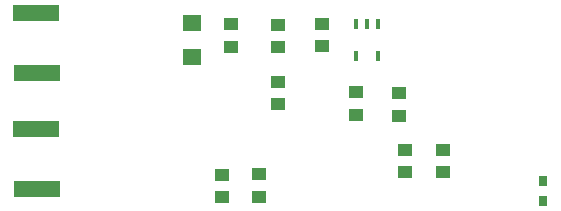
<source format=gbr>
G04 DipTrace 3.1.0.0*
G04 BottomPaste.gbr*
%MOMM*%
G04 #@! TF.FileFunction,Paste,Bot*
G04 #@! TF.Part,Single*
%ADD44R,0.4X0.9*%
%ADD54R,3.86X1.32*%
%ADD56R,0.8X0.9*%
%ADD64R,1.6X1.4*%
%ADD66R,1.3X1.1*%
%FSLAX35Y35*%
G04*
G71*
G90*
G75*
G01*
G04 BotPaste*
%LPD*%
D66*
X2891000Y3142667D3*
Y2952667D3*
X3288667Y3139000D3*
Y2949000D3*
X3952333Y2566333D3*
Y2376333D3*
X4312000Y2560333D3*
Y2370333D3*
X2811667Y1679333D3*
Y1869333D3*
X3287333Y2657333D3*
Y2467333D3*
D64*
X2560000Y3150000D3*
Y2870000D3*
D66*
X3659000Y3148667D3*
Y2958667D3*
X4364000Y1890000D3*
Y2080000D3*
X4688667Y1890000D3*
Y2080000D3*
D56*
X5530000Y1820000D3*
Y1650000D3*
D54*
X1246333Y2732000D3*
X1241333Y3241000D3*
X1247000Y1747000D3*
X1242000Y2256000D3*
D66*
X3129333Y1683667D3*
Y1873667D3*
D44*
X3949000Y3143000D3*
X4044000D3*
X4139000D3*
Y2873000D3*
X3949000D3*
M02*

</source>
